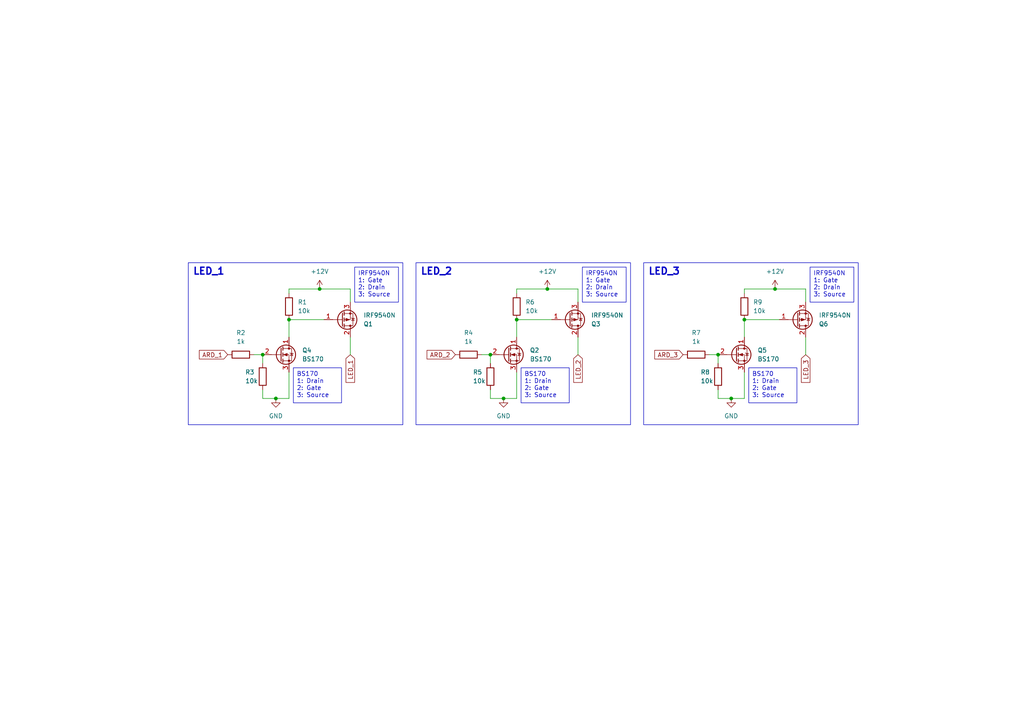
<source format=kicad_sch>
(kicad_sch (version 20230121) (generator eeschema)
  (paper "A4")
  (lib_symbols
    (symbol "Device:R" (pin_numbers hide) (pin_names (offset 0))
      (property "Reference" "R" (at 2.032 0 90))
      (property "Value" "R" (at 0 0 90))
      (symbol "R_0_1"
        (rectangle (start -1.016 -2.54) (end 1.016 2.54) (stroke (width 0.254)))
      )
      (symbol "R_1_1"
        (pin passive line (at 0 3.81 270) (length 1.27) (name "~") (number "1"))
        (pin passive line (at 0 -3.81 90) (length 1.27) (name "~") (number "2"))
      )
    )
    (symbol "Transistor_FET:BS170" (pin_names hide)
      (property "Reference" "Q" (at 5.08 1.905 0))
      (property "Value" "BS170" (at 5.08 0 0))
      (symbol "BS170_0_1"
        (polyline (pts (xy 0.254 0) (xy -2.54 0)))
        (polyline (pts (xy 0.254 1.905) (xy 0.254 -1.905)) (stroke (width 0.254)))
        (polyline (pts (xy 0.762 -1.27) (xy 0.762 -2.286)) (stroke (width 0.254)))
        (polyline (pts (xy 0.762 0.508) (xy 0.762 -0.508)) (stroke (width 0.254)))
        (polyline (pts (xy 0.762 2.286) (xy 0.762 1.27)) (stroke (width 0.254)))
        (polyline (pts (xy 2.54 2.54) (xy 2.54 1.778)))
        (polyline (pts (xy 2.54 -2.54) (xy 2.54 0) (xy 0.762 0)))
        (polyline (pts (xy 0.762 -1.778) (xy 3.302 -1.778) (xy 3.302 1.778) (xy 0.762 1.778)))
        (polyline (pts (xy 1.016 0) (xy 2.032 0.381) (xy 2.032 -0.381) (xy 1.016 0)) (fill (type outline)))
        (polyline (pts (xy 2.794 0.508) (xy 2.921 0.381) (xy 3.683 0.381) (xy 3.81 0.254)))
        (polyline (pts (xy 3.302 0.381) (xy 2.921 -0.254) (xy 3.683 -0.254) (xy 3.302 0.381)))
        (circle (center 1.651 0) (radius 2.794) (stroke (width 0.254)))
        (circle (center 2.54 -1.778) (radius 0.254) (fill (type outline)))
        (circle (center 2.54 1.778) (radius 0.254) (fill (type outline)))
      )
      (symbol "BS170_1_1"
        (pin passive line (at 2.54 5.08 270) (length 2.54) (name "D") (number "1"))
        (pin input line (at -5.08 0 0) (length 2.54) (name "G") (number "2"))
        (pin passive line (at 2.54 -5.08 90) (length 2.54) (name "S") (number "3"))
      )
    )
    (symbol "Transistor_FET:IRF9540N" (pin_names hide)
      (property "Reference" "Q" (at 5.08 1.905 0))
      (property "Value" "IRF9540N" (at 5.08 0 0))
      (symbol "IRF9540N_0_1"
        (polyline (pts (xy 0.254 0) (xy -2.54 0)))
        (polyline (pts (xy 0.254 1.905) (xy 0.254 -1.905)) (stroke (width 0.254)))
        (polyline (pts (xy 0.762 -1.27) (xy 0.762 -2.286)) (stroke (width 0.254)))
        (polyline (pts (xy 0.762 0.508) (xy 0.762 -0.508)) (stroke (width 0.254)))
        (polyline (pts (xy 0.762 2.286) (xy 0.762 1.27)) (stroke (width 0.254)))
        (polyline (pts (xy 2.54 2.54) (xy 2.54 1.778)))
        (polyline (pts (xy 2.54 -2.54) (xy 2.54 0) (xy 0.762 0)))
        (polyline (pts (xy 0.762 1.778) (xy 3.302 1.778) (xy 3.302 -1.778) (xy 0.762 -1.778)))
        (polyline (pts (xy 2.286 0) (xy 1.27 0.381) (xy 1.27 -0.381) (xy 2.286 0)) (fill (type outline)))
        (polyline (pts (xy 2.794 -0.508) (xy 2.921 -0.381) (xy 3.683 -0.381) (xy 3.81 -0.254)))
        (polyline (pts (xy 3.302 -0.381) (xy 2.921 0.254) (xy 3.683 0.254) (xy 3.302 -0.381)))
        (circle (center 1.651 0) (radius 2.794) (stroke (width 0.254)))
        (circle (center 2.54 -1.778) (radius 0.254) (fill (type outline)))
        (circle (center 2.54 1.778) (radius 0.254) (fill (type outline)))
      )
      (symbol "IRF9540N_1_1"
        (pin input line (at -5.08 0 0) (length 2.54) (name "G") (number "1"))
        (pin passive line (at 2.54 5.08 270) (length 2.54) (name "D") (number "2"))
        (pin passive line (at 2.54 -5.08 90) (length 2.54) (name "S") (number "3"))
      )
    )
    (symbol "power:+12V" (power) (pin_names (offset 0))
      (property "Value" "+12V" (at 0 3.556 0))
      (symbol "+12V_0_1"
        (polyline (pts (xy -0.762 1.27) (xy 0 2.54)))
        (polyline (pts (xy 0 0) (xy 0 2.54)))
        (polyline (pts (xy 0 2.54) (xy 0.762 1.27)))
      )
      (symbol "+12V_1_1"
        (pin power_in line (at 0 0 90) (length 0) hide (name "+12V") (number "1"))
      )
    )
    (symbol "power:GND" (power) (pin_names (offset 0))
      (property "Value" "GND" (at 0 -3.81 0))
      (symbol "GND_0_1"
        (polyline (pts (xy 0 0) (xy 0 -1.27) (xy 1.27 -1.27) (xy 0 -2.54) (xy -1.27 -1.27) (xy 0 -1.27)))
      )
      (symbol "GND_1_1"
        (pin power_in line (at 0 0 270) (length 0) hide (name "GND") (number "1"))
      )
    )
  )
  (junction (at 212.09 115.57))
  (junction (at 224.79 83.82))
  (junction (at 92.71 83.82))
  (junction (at 149.86 92.71))
  (junction (at 146.05 115.57))
  (junction (at 142.24 102.87))
  (junction (at 158.75 83.82))
  (junction (at 215.9 92.71))
  (junction (at 80.01 115.57))
  (junction (at 208.28 102.87))
  (junction (at 83.82 92.71))
  (junction (at 76.2 102.87))
  (wire (pts (xy 158.75 83.82) (xy 167.64 83.82)))
  (wire (pts (xy 158.75 83.82) (xy 149.86 83.82)))
  (wire (pts (xy 149.86 92.71) (xy 149.86 97.79)))
  (wire (pts (xy 76.2 113.03) (xy 76.2 115.57)))
  (wire (pts (xy 208.28 113.03) (xy 208.28 115.57)))
  (wire (pts (xy 142.24 115.57) (xy 146.05 115.57)))
  (wire (pts (xy 76.2 102.87) (xy 76.2 105.41)))
  (wire (pts (xy 73.66 102.87) (xy 76.2 102.87)))
  (wire (pts (xy 205.74 102.87) (xy 208.28 102.87)))
  (wire (pts (xy 212.09 115.57) (xy 215.9 115.57)))
  (wire (pts (xy 76.2 115.57) (xy 80.01 115.57)))
  (wire (pts (xy 149.86 83.82) (xy 149.86 85.09)))
  (wire (pts (xy 149.86 92.71) (xy 160.02 92.71)))
  (wire (pts (xy 92.71 83.82) (xy 83.82 83.82)))
  (wire (pts (xy 233.68 97.79) (xy 233.68 102.87)))
  (wire (pts (xy 101.6 83.82) (xy 101.6 87.63)))
  (wire (pts (xy 146.05 115.57) (xy 149.86 115.57)))
  (wire (pts (xy 215.9 92.71) (xy 226.06 92.71)))
  (wire (pts (xy 208.28 115.57) (xy 212.09 115.57)))
  (wire (pts (xy 139.7 102.87) (xy 142.24 102.87)))
  (wire (pts (xy 80.01 115.57) (xy 83.82 115.57)))
  (wire (pts (xy 167.64 97.79) (xy 167.64 102.87)))
  (wire (pts (xy 83.82 83.82) (xy 83.82 85.09)))
  (wire (pts (xy 142.24 113.03) (xy 142.24 115.57)))
  (wire (pts (xy 215.9 83.82) (xy 215.9 85.09)))
  (wire (pts (xy 83.82 92.71) (xy 83.82 97.79)))
  (wire (pts (xy 149.86 107.95) (xy 149.86 115.57)))
  (wire (pts (xy 83.82 92.71) (xy 93.98 92.71)))
  (wire (pts (xy 208.28 102.87) (xy 208.28 105.41)))
  (wire (pts (xy 224.79 83.82) (xy 233.68 83.82)))
  (wire (pts (xy 215.9 107.95) (xy 215.9 115.57)))
  (wire (pts (xy 215.9 92.71) (xy 215.9 97.79)))
  (wire (pts (xy 224.79 83.82) (xy 215.9 83.82)))
  (wire (pts (xy 233.68 83.82) (xy 233.68 87.63)))
  (wire (pts (xy 92.71 83.82) (xy 101.6 83.82)))
  (wire (pts (xy 101.6 97.79) (xy 101.6 102.87)))
  (wire (pts (xy 167.64 83.82) (xy 167.64 87.63)))
  (wire (pts (xy 83.82 107.95) (xy 83.82 115.57)))
  (wire (pts (xy 142.24 102.87) (xy 142.24 105.41)))
  (rectangle (start 120.65 76.2) (end 182.88 123.19))
  (rectangle (start 54.61 76.2) (end 116.84 123.19))
  (rectangle (start 186.69 76.2) (end 248.92 123.19))
  (text_box "IRF9540N\n1: Gate\n2: Drain\n3: Source" (at 102.87 77.47 0) (size 12.7 10.16) (effects (font (size 1.27 1.27)) (justify left top)))
  (text_box "BS170\n1: Drain\n2: Gate\n3: Source" (at 217.17 106.68 0) (size 13.97 10.16) (effects (font (size 1.27 1.27)) (justify left top)))
  (text_box "BS170\n1: Drain\n2: Gate\n3: Source" (at 85.09 106.68 0) (size 13.97 10.16) (effects (font (size 1.27 1.27)) (justify left top)))
  (text_box "IRF9540N\n1: Gate\n2: Drain\n3: Source" (at 168.91 77.47 0) (size 12.7 10.16) (effects (font (size 1.27 1.27)) (justify left top)))
  (text_box "IRF9540N\n1: Gate\n2: Drain\n3: Source" (at 234.95 77.47 0) (size 12.7 10.16) (effects (font (size 1.27 1.27)) (justify left top)))
  (text_box "BS170\n1: Drain\n2: Gate\n3: Source" (at 151.13 106.68 0) (size 13.97 10.16) (effects (font (size 1.27 1.27)) (justify left top)))
  (text "LED_1" (at 55.88 80.01 0) (effects (font (size 2 2) (thickness 0.4) bold) (justify left bottom)))
  (text "LED_2\n" (at 121.92 80.01 0) (effects (font (size 2 2) (thickness 0.4) bold) (justify left bottom)))
  (text "LED_3\n" (at 187.96 80.01 0) (effects (font (size 2 2) (thickness 0.4) bold) (justify left bottom)))
  (global_label "LED_1" (shape input) (at 101.6 102.87 270) (property "Intersheetrefs" "${INTERSHEET_REFS}" (effects hide)))
  (global_label "ARD_2" (shape input) (at 132.08 102.87 180) (property "Intersheetrefs" "${INTERSHEET_REFS}" (effects hide)))
  (global_label "ARD_1" (shape input) (at 66.04 102.87 180) (property "Intersheetrefs" "${INTERSHEET_REFS}" (effects hide)))
  (global_label "LED_2" (shape input) (at 167.64 102.87 270) (property "Intersheetrefs" "${INTERSHEET_REFS}" (effects hide)))
  (global_label "ARD_3" (shape input) (at 198.12 102.87 180) (property "Intersheetrefs" "${INTERSHEET_REFS}" (effects hide)))
  (global_label "LED_3" (shape input) (at 233.68 102.87 270) (property "Intersheetrefs" "${INTERSHEET_REFS}" (effects hide)))
  (symbol (lib_id "Device:R") (at 142.24 109.22 180) (unit 1)
    (property "Reference" "R5" (at 137.16 107.95 0) (effects (justify right)))
    (property "Value" "10k" (at 137.16 110.49 0) (effects (justify right)))
    (property "Footprint" "Resistor_THT:R_Axial_DIN0309_L9.0mm_D3.2mm_P12.70mm_Horizontal" (effects hide))
    (instances (project "StackLight" (path "" (reference "R5") (unit 1)) (path "" (reference "R4") (unit 1))))
  )
  (symbol (lib_id "power:GND") (at 146.05 115.57 0) (unit 1)
    (property "Reference" "#PWR03" (effects hide))
    (property "Value" "GND" (at 146.05 120.65 0))
  )
  (symbol (lib_id "Device:R") (at 135.89 102.87 90) (unit 1)
    (property "Reference" "R4" (at 135.89 96.52 90))
    (property "Value" "1k" (at 135.89 99.06 90))
    (property "Footprint" "Resistor_THT:R_Axial_DIN0309_L9.0mm_D3.2mm_P12.70mm_Horizontal" (effects hide))
    (instances (project "StackLight" (path "" (reference "R4") (unit 1)) (path "" (reference "R5") (unit 1))))
  )
  (symbol (lib_id "power:GND") (at 212.09 115.57 0) (unit 1)
    (property "Reference" "#PWR05" (effects hide))
    (property "Value" "GND" (at 212.09 120.65 0))
  )
  (symbol (lib_id "Transistor_FET:BS170") (at 81.28 102.87 0) (unit 1)
    (property "Reference" "Q4" (at 87.63 101.6 0) (effects (justify left)))
    (property "Value" "BS170" (at 87.63 104.14 0) (effects (justify left)))
    (property "Footprint" "Package_TO_SOT_THT:TO-92_Inline" (effects hide))
    (property "Datasheet" "https://www.onsemi.com/pub/Collateral/BS170-D.PDF" (effects hide))
    (instances (project "StackLight" (path "" (reference "Q4") (unit 1)) (path "" (reference "Q1") (unit 1))))
  )
  (symbol (lib_id "Device:R") (at 83.82 88.9 0) (unit 1)
    (property "Reference" "R1" (at 86.36 87.63 0) (effects (justify left)))
    (property "Value" "10k" (at 86.36 90.17 0) (effects (justify left)))
    (property "Footprint" "Resistor_THT:R_Axial_DIN0309_L9.0mm_D3.2mm_P12.70mm_Horizontal" (effects hide))
  )
  (symbol (lib_id "Device:R") (at 149.86 88.9 0) (unit 1)
    (property "Reference" "R6" (at 152.4 87.63 0) (effects (justify left)))
    (property "Value" "10k" (at 152.4 90.17 0) (effects (justify left)))
    (property "Footprint" "Resistor_THT:R_Axial_DIN0309_L9.0mm_D3.2mm_P12.70mm_Horizontal" (effects hide))
  )
  (symbol (lib_id "Device:R") (at 201.93 102.87 90) (unit 1)
    (property "Reference" "R7" (at 201.93 96.52 90))
    (property "Value" "1k" (at 201.93 99.06 90))
    (property "Footprint" "Resistor_THT:R_Axial_DIN0309_L9.0mm_D3.2mm_P12.70mm_Horizontal" (effects hide))
    (instances (project "StackLight" (path "" (reference "R7") (unit 1)) (path "" (reference "R8") (unit 1))))
  )
  (symbol (lib_id "power:+12V") (at 158.75 83.82 0) (unit 1)
    (property "Reference" "#PWR04" (effects hide))
    (property "Value" "+12V" (at 158.75 78.74 0))
  )
  (symbol (lib_id "Transistor_FET:IRF9540N") (at 99.06 92.71 0) (mirror x) (unit 1)
    (property "Reference" "Q1" (at 105.41 93.98 0) (effects (justify left)))
    (property "Value" "IRF9540N" (at 105.41 91.44 0) (effects (justify left)))
    (property "Footprint" "Package_TO_SOT_THT:TO-220-3_Vertical" (effects hide))
    (property "Datasheet" "http://www.irf.com/product-info/datasheets/data/irf9540n.pdf" (effects hide))
    (instances (project "StackLight" (path "" (reference "Q1") (unit 1)) (path "" (reference "Q2") (unit 1))))
  )
  (symbol (lib_id "Transistor_FET:BS170") (at 147.32 102.87 0) (unit 1)
    (property "Reference" "Q2" (at 153.67 101.6 0) (effects (justify left)))
    (property "Value" "BS170" (at 153.67 104.14 0) (effects (justify left)))
    (property "Footprint" "Package_TO_SOT_THT:TO-92_Inline" (effects hide))
    (property "Datasheet" "https://www.onsemi.com/pub/Collateral/BS170-D.PDF" (effects hide))
    (instances (project "StackLight" (path "" (reference "Q2") (unit 1)) (path "" (reference "Q3") (unit 1))))
  )
  (symbol (lib_id "power:+12V") (at 224.79 83.82 0) (unit 1)
    (property "Reference" "#PWR06" (effects hide))
    (property "Value" "+12V" (at 224.79 78.74 0))
  )
  (symbol (lib_id "Transistor_FET:IRF9540N") (at 165.1 92.71 0) (mirror x) (unit 1)
    (property "Reference" "Q3" (at 171.45 93.98 0) (effects (justify left)))
    (property "Value" "IRF9540N" (at 171.45 91.44 0) (effects (justify left)))
    (property "Footprint" "Package_TO_SOT_THT:TO-220-3_Vertical" (effects hide))
    (property "Datasheet" "http://www.irf.com/product-info/datasheets/data/irf9540n.pdf" (effects hide))
    (instances (project "StackLight" (path "" (reference "Q3") (unit 1)) (path "" (reference "Q4") (unit 1))))
  )
  (symbol (lib_id "Device:R") (at 76.2 109.22 180) (unit 1)
    (property "Reference" "R3" (at 71.12 107.95 0) (effects (justify right)))
    (property "Value" "10k" (at 71.12 110.49 0) (effects (justify right)))
    (property "Footprint" "Resistor_THT:R_Axial_DIN0309_L9.0mm_D3.2mm_P12.70mm_Horizontal" (effects hide))
  )
  (symbol (lib_id "Transistor_FET:BS170") (at 213.36 102.87 0) (unit 1)
    (property "Reference" "Q5" (at 219.71 101.6 0) (effects (justify left)))
    (property "Value" "BS170" (at 219.71 104.14 0) (effects (justify left)))
    (property "Footprint" "Package_TO_SOT_THT:TO-92_Inline" (effects hide))
    (property "Datasheet" "https://www.onsemi.com/pub/Collateral/BS170-D.PDF" (effects hide))
  )
  (symbol (lib_id "Device:R") (at 215.9 88.9 0) (unit 1)
    (property "Reference" "R9" (at 218.44 87.63 0) (effects (justify left)))
    (property "Value" "10k" (at 218.44 90.17 0) (effects (justify left)))
    (property "Footprint" "Resistor_THT:R_Axial_DIN0309_L9.0mm_D3.2mm_P12.70mm_Horizontal" (effects hide))
  )
  (symbol (lib_id "power:GND") (at 80.01 115.57 0) (unit 1)
    (property "Reference" "#PWR01" (effects hide))
    (property "Value" "GND" (at 80.01 120.65 0))
  )
  (symbol (lib_id "Device:R") (at 69.85 102.87 90) (unit 1)
    (property "Reference" "R2" (at 69.85 96.52 90))
    (property "Value" "1k" (at 69.85 99.06 90))
    (property "Footprint" "Resistor_THT:R_Axial_DIN0309_L9.0mm_D3.2mm_P12.70mm_Horizontal" (effects hide))
  )
  (symbol (lib_id "Transistor_FET:IRF9540N") (at 231.14 92.71 0) (mirror x) (unit 1)
    (property "Reference" "Q6" (at 237.49 93.98 0) (effects (justify left)))
    (property "Value" "IRF9540N" (at 237.49 91.44 0) (effects (justify left)))
    (property "Footprint" "Package_TO_SOT_THT:TO-220-3_Vertical" (effects hide))
    (property "Datasheet" "http://www.irf.com/product-info/datasheets/data/irf9540n.pdf" (effects hide))
  )
  (symbol (lib_id "power:+12V") (at 92.71 83.82 0) (unit 1)
    (property "Reference" "#PWR02" (effects hide))
    (property "Value" "+12V" (at 92.71 78.74 0))
  )
  (symbol (lib_id "Device:R") (at 208.28 109.22 180) (unit 1)
    (property "Reference" "R8" (at 203.2 107.95 0) (effects (justify right)))
    (property "Value" "10k" (at 203.2 110.49 0) (effects (justify right)))
    (property "Footprint" "Resistor_THT:R_Axial_DIN0309_L9.0mm_D3.2mm_P12.70mm_Horizontal" (effects hide))
    (instances (project "StackLight" (path "" (reference "R8") (unit 1)) (path "" (reference "R7") (unit 1))))
  )
)
</source>
